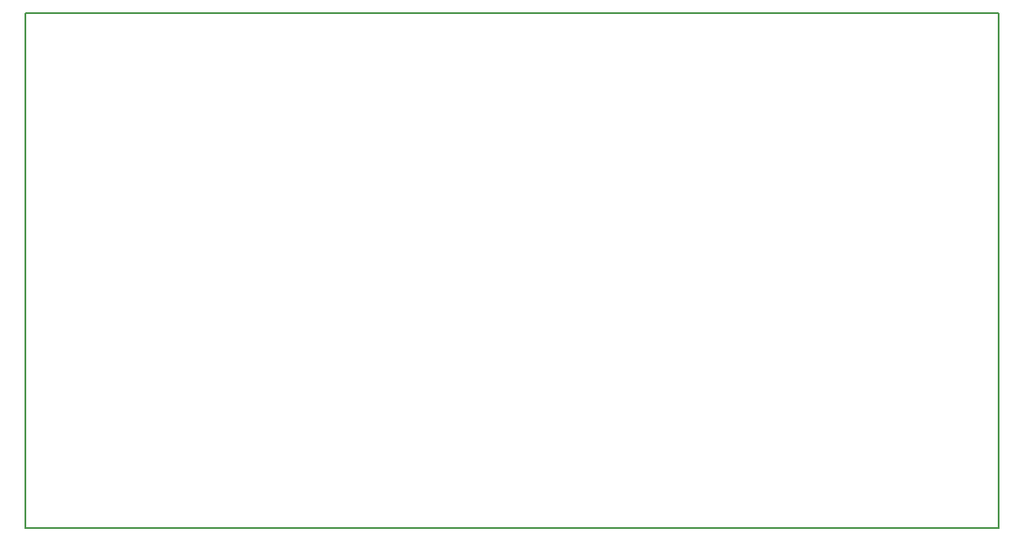
<source format=gbr>
G04 #@! TF.GenerationSoftware,KiCad,Pcbnew,(5.1.4)-1*
G04 #@! TF.CreationDate,2019-12-15T14:44:31-06:00*
G04 #@! TF.ProjectId,Incrementor,496e6372-656d-4656-9e74-6f722e6b6963,rev?*
G04 #@! TF.SameCoordinates,Original*
G04 #@! TF.FileFunction,Profile,NP*
%FSLAX46Y46*%
G04 Gerber Fmt 4.6, Leading zero omitted, Abs format (unit mm)*
G04 Created by KiCad (PCBNEW (5.1.4)-1) date 2019-12-15 14:44:31*
%MOMM*%
%LPD*%
G04 APERTURE LIST*
%ADD10C,0.150000*%
G04 APERTURE END LIST*
D10*
X73304400Y-58775600D02*
X73304400Y-108661200D01*
X167589200Y-58775600D02*
X167589200Y-108661200D01*
X73304400Y-58775600D02*
X167589200Y-58775600D01*
X73304400Y-108661200D02*
X167589200Y-108661200D01*
M02*

</source>
